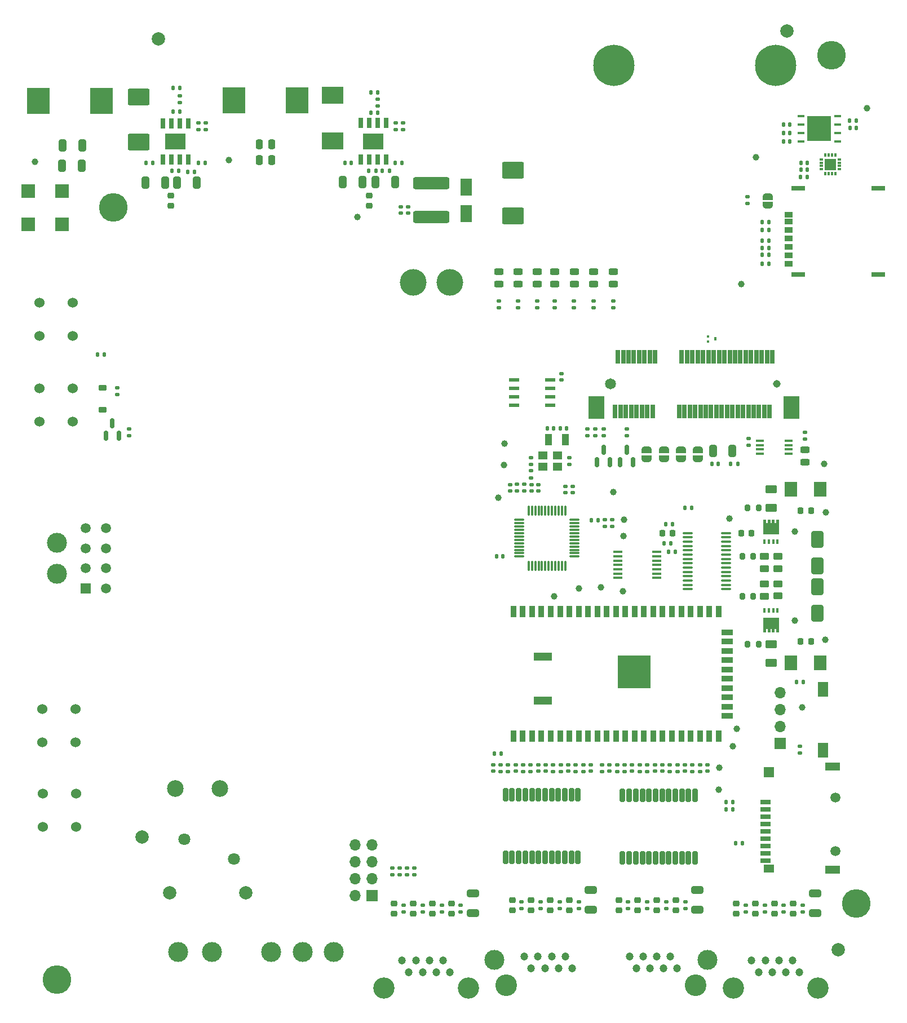
<source format=gts>
G04 #@! TF.GenerationSoftware,KiCad,Pcbnew,7.0.6-0*
G04 #@! TF.CreationDate,2023-08-16T18:08:33-03:00*
G04 #@! TF.ProjectId,macunaima_rev2.2,6d616375-6e61-4696-9d61-5f726576322e,rev?*
G04 #@! TF.SameCoordinates,Original*
G04 #@! TF.FileFunction,Soldermask,Top*
G04 #@! TF.FilePolarity,Negative*
%FSLAX46Y46*%
G04 Gerber Fmt 4.6, Leading zero omitted, Abs format (unit mm)*
G04 Created by KiCad (PCBNEW 7.0.6-0) date 2023-08-16 18:08:33*
%MOMM*%
%LPD*%
G01*
G04 APERTURE LIST*
G04 Aperture macros list*
%AMRoundRect*
0 Rectangle with rounded corners*
0 $1 Rounding radius*
0 $2 $3 $4 $5 $6 $7 $8 $9 X,Y pos of 4 corners*
0 Add a 4 corners polygon primitive as box body*
4,1,4,$2,$3,$4,$5,$6,$7,$8,$9,$2,$3,0*
0 Add four circle primitives for the rounded corners*
1,1,$1+$1,$2,$3*
1,1,$1+$1,$4,$5*
1,1,$1+$1,$6,$7*
1,1,$1+$1,$8,$9*
0 Add four rect primitives between the rounded corners*
20,1,$1+$1,$2,$3,$4,$5,0*
20,1,$1+$1,$4,$5,$6,$7,0*
20,1,$1+$1,$6,$7,$8,$9,0*
20,1,$1+$1,$8,$9,$2,$3,0*%
%AMFreePoly0*
4,1,19,0.500000,-0.750000,0.000000,-0.750000,0.000000,-0.744911,-0.071157,-0.744911,-0.207708,-0.704816,-0.327430,-0.627875,-0.420627,-0.520320,-0.479746,-0.390866,-0.500000,-0.250000,-0.500000,0.250000,-0.479746,0.390866,-0.420627,0.520320,-0.327430,0.627875,-0.207708,0.704816,-0.071157,0.744911,0.000000,0.744911,0.000000,0.750000,0.500000,0.750000,0.500000,-0.750000,0.500000,-0.750000,
$1*%
%AMFreePoly1*
4,1,19,0.000000,0.744911,0.071157,0.744911,0.207708,0.704816,0.327430,0.627875,0.420627,0.520320,0.479746,0.390866,0.500000,0.250000,0.500000,-0.250000,0.479746,-0.390866,0.420627,-0.520320,0.327430,-0.627875,0.207708,-0.704816,0.071157,-0.744911,0.000000,-0.744911,0.000000,-0.750000,-0.500000,-0.750000,-0.500000,0.750000,0.000000,0.750000,0.000000,0.744911,0.000000,0.744911,
$1*%
%AMFreePoly2*
4,1,17,1.395000,0.765000,0.855000,0.765000,0.855000,0.535000,1.395000,0.535000,1.395000,0.115000,0.855000,0.115000,0.855000,-0.115000,1.395000,-0.115000,1.395000,-0.535000,0.855000,-0.535000,0.855000,-0.765000,1.395000,-0.765000,1.395000,-1.185000,-0.855000,-1.185000,-0.855000,1.185000,1.395000,1.185000,1.395000,0.765000,1.395000,0.765000,$1*%
G04 Aperture macros list end*
%ADD10RoundRect,0.225000X0.250000X-0.225000X0.250000X0.225000X-0.250000X0.225000X-0.250000X-0.225000X0*%
%ADD11R,1.000000X1.800000*%
%ADD12RoundRect,0.135000X0.185000X-0.135000X0.185000X0.135000X-0.185000X0.135000X-0.185000X-0.135000X0*%
%ADD13RoundRect,0.140000X-0.140000X-0.170000X0.140000X-0.170000X0.140000X0.170000X-0.140000X0.170000X0*%
%ADD14RoundRect,0.135000X-0.185000X0.135000X-0.185000X-0.135000X0.185000X-0.135000X0.185000X0.135000X0*%
%ADD15RoundRect,0.140000X0.170000X-0.140000X0.170000X0.140000X-0.170000X0.140000X-0.170000X-0.140000X0*%
%ADD16RoundRect,0.140000X0.140000X0.170000X-0.140000X0.170000X-0.140000X-0.170000X0.140000X-0.170000X0*%
%ADD17RoundRect,0.135000X0.135000X0.185000X-0.135000X0.185000X-0.135000X-0.185000X0.135000X-0.185000X0*%
%ADD18R,1.700000X1.700000*%
%ADD19O,1.700000X1.700000*%
%ADD20RoundRect,0.140000X-0.170000X0.140000X-0.170000X-0.140000X0.170000X-0.140000X0.170000X0.140000X0*%
%ADD21FreePoly0,90.000000*%
%ADD22FreePoly1,90.000000*%
%ADD23C,1.000000*%
%ADD24RoundRect,0.135000X-0.135000X-0.185000X0.135000X-0.185000X0.135000X0.185000X-0.135000X0.185000X0*%
%ADD25RoundRect,0.100000X-0.637500X-0.100000X0.637500X-0.100000X0.637500X0.100000X-0.637500X0.100000X0*%
%ADD26RoundRect,0.243750X0.456250X-0.243750X0.456250X0.243750X-0.456250X0.243750X-0.456250X-0.243750X0*%
%ADD27RoundRect,0.250000X-0.325000X-0.650000X0.325000X-0.650000X0.325000X0.650000X-0.325000X0.650000X0*%
%ADD28C,2.000000*%
%ADD29R,0.650000X1.525000*%
%ADD30R,3.100000X2.400000*%
%ADD31R,0.450000X0.400000*%
%ADD32R,0.450000X0.500000*%
%ADD33C,2.500000*%
%ADD34C,4.000000*%
%ADD35RoundRect,0.195000X-0.195000X0.805000X-0.195000X-0.805000X0.195000X-0.805000X0.195000X0.805000X0*%
%ADD36RoundRect,0.147500X-0.147500X-0.172500X0.147500X-0.172500X0.147500X0.172500X-0.147500X0.172500X0*%
%ADD37R,1.800000X2.500000*%
%ADD38R,0.300000X0.570000*%
%ADD39R,0.570000X0.300000*%
%ADD40R,1.750000X1.750000*%
%ADD41C,4.300000*%
%ADD42RoundRect,0.218750X0.256250X-0.218750X0.256250X0.218750X-0.256250X0.218750X-0.256250X-0.218750X0*%
%ADD43R,1.879600X2.260600*%
%ADD44RoundRect,0.225000X-0.375000X0.225000X-0.375000X-0.225000X0.375000X-0.225000X0.375000X0.225000X0*%
%ADD45C,3.200000*%
%ADD46C,1.200000*%
%ADD47R,1.600000X0.600000*%
%ADD48R,1.550000X0.600000*%
%ADD49RoundRect,0.200000X-0.200000X-0.275000X0.200000X-0.275000X0.200000X0.275000X-0.200000X0.275000X0*%
%ADD50RoundRect,0.225000X0.225000X0.250000X-0.225000X0.250000X-0.225000X-0.250000X0.225000X-0.250000X0*%
%ADD51RoundRect,0.250000X-0.450000X0.262500X-0.450000X-0.262500X0.450000X-0.262500X0.450000X0.262500X0*%
%ADD52C,1.651000*%
%ADD53C,1.143000*%
%ADD54R,0.660400X2.108200*%
%ADD55R,2.438400X3.352800*%
%ADD56R,3.500000X4.000000*%
%ADD57R,0.420000X0.700000*%
%ADD58FreePoly2,90.000000*%
%ADD59RoundRect,0.243750X-0.456250X0.243750X-0.456250X-0.243750X0.456250X-0.243750X0.456250X0.243750X0*%
%ADD60RoundRect,0.250000X-0.650000X0.325000X-0.650000X-0.325000X0.650000X-0.325000X0.650000X0.325000X0*%
%ADD61RoundRect,0.147500X0.172500X-0.147500X0.172500X0.147500X-0.172500X0.147500X-0.172500X-0.147500X0*%
%ADD62R,1.600200X0.711200*%
%ADD63C,1.498600*%
%ADD64R,1.498600X1.193800*%
%ADD65R,2.209800X1.193800*%
%ADD66R,1.498600X1.600200*%
%ADD67RoundRect,0.250000X0.625000X-0.375000X0.625000X0.375000X-0.625000X0.375000X-0.625000X-0.375000X0*%
%ADD68RoundRect,0.250000X0.325000X0.650000X-0.325000X0.650000X-0.325000X-0.650000X0.325000X-0.650000X0*%
%ADD69R,3.300000X2.500000*%
%ADD70RoundRect,0.075000X-0.075000X0.662500X-0.075000X-0.662500X0.075000X-0.662500X0.075000X0.662500X0*%
%ADD71RoundRect,0.075000X-0.662500X0.075000X-0.662500X-0.075000X0.662500X-0.075000X0.662500X0.075000X0*%
%ADD72C,1.524000*%
%ADD73R,2.000000X2.000000*%
%ADD74RoundRect,0.250000X0.650000X-1.000000X0.650000X1.000000X-0.650000X1.000000X-0.650000X-1.000000X0*%
%ADD75R,1.150000X0.350000*%
%ADD76RoundRect,0.250000X0.250000X0.475000X-0.250000X0.475000X-0.250000X-0.475000X0.250000X-0.475000X0*%
%ADD77RoundRect,0.250000X1.400000X1.000000X-1.400000X1.000000X-1.400000X-1.000000X1.400000X-1.000000X0*%
%ADD78RoundRect,0.225000X-0.225000X-0.250000X0.225000X-0.250000X0.225000X0.250000X-0.225000X0.250000X0*%
%ADD79C,3.000000*%
%ADD80RoundRect,0.150000X0.150000X-0.587500X0.150000X0.587500X-0.150000X0.587500X-0.150000X-0.587500X0*%
%ADD81RoundRect,0.250000X-1.400000X-1.000000X1.400000X-1.000000X1.400000X1.000000X-1.400000X1.000000X0*%
%ADD82C,3.250000*%
%ADD83R,1.400000X1.200000*%
%ADD84R,1.520000X1.520000*%
%ADD85C,1.520000*%
%ADD86R,1.143000X0.812800*%
%ADD87R,2.108200X0.711200*%
%ADD88C,6.200000*%
%ADD89RoundRect,0.147500X-0.172500X0.147500X-0.172500X-0.147500X0.172500X-0.147500X0.172500X0.147500X0*%
%ADD90R,1.600000X2.180000*%
%ADD91C,1.800000*%
%ADD92R,1.409700X0.355600*%
%ADD93RoundRect,0.250000X2.450000X-0.650000X2.450000X0.650000X-2.450000X0.650000X-2.450000X-0.650000X0*%
%ADD94R,0.900000X1.800000*%
%ADD95R,1.800000X0.900000*%
%ADD96R,5.000000X5.000000*%
%ADD97R,2.700000X1.200000*%
%ADD98R,1.112398X0.457200*%
%ADD99R,3.606800X3.708400*%
%ADD100RoundRect,0.250000X-0.650000X1.000000X-0.650000X-1.000000X0.650000X-1.000000X0.650000X1.000000X0*%
%ADD101FreePoly2,270.000000*%
%ADD102RoundRect,0.250000X-0.625000X0.375000X-0.625000X-0.375000X0.625000X-0.375000X0.625000X0.375000X0*%
G04 APERTURE END LIST*
D10*
X79835716Y-135163813D03*
X79835716Y-133613813D03*
D11*
X79601980Y-64481773D03*
X82101980Y-64481773D03*
D12*
X28123573Y-17936573D03*
X28123573Y-16916573D03*
D13*
X124848702Y-17642593D03*
X125808702Y-17642593D03*
D14*
X75551074Y-133878813D03*
X75551074Y-134898813D03*
D15*
X77011980Y-72165441D03*
X77011980Y-71205441D03*
D16*
X24163573Y-15155573D03*
X23203573Y-15155573D03*
D10*
X113495716Y-135676773D03*
X113495716Y-134126773D03*
D17*
X108718573Y-125116773D03*
X107698573Y-125116773D03*
X101113573Y-74726773D03*
X100093573Y-74726773D03*
D12*
X75037573Y-44675573D03*
X75037573Y-43655573D03*
D13*
X79381980Y-62751773D03*
X80341980Y-62751773D03*
D16*
X49958573Y-22906773D03*
X48998573Y-22906773D03*
D18*
X53118573Y-132941702D03*
D19*
X50578573Y-132941702D03*
X53118573Y-130401702D03*
X50578573Y-130401702D03*
X53118573Y-127861702D03*
X50578573Y-127861702D03*
X53118573Y-125321702D03*
X50578573Y-125321702D03*
D14*
X81263930Y-133878813D03*
X81263930Y-134898813D03*
D20*
X109642821Y-64319872D03*
X109642821Y-65279872D03*
D21*
X94335373Y-67321396D03*
D22*
X94335373Y-66021396D03*
D23*
X108558573Y-41096773D03*
D24*
X25411573Y-24211973D03*
X26431573Y-24211973D03*
D25*
X100505491Y-78494273D03*
X100505491Y-79144273D03*
X100505491Y-79794273D03*
X100505491Y-80444273D03*
X100505491Y-81094273D03*
X100505491Y-81744273D03*
X100505491Y-82394273D03*
X100505491Y-83044273D03*
X100505491Y-83694273D03*
X100505491Y-84344273D03*
X100505491Y-84994273D03*
X100505491Y-85644273D03*
X100505491Y-86294273D03*
X100505491Y-86944273D03*
X106230491Y-86944273D03*
X106230491Y-86294273D03*
X106230491Y-85644273D03*
X106230491Y-84994273D03*
X106230491Y-84344273D03*
X106230491Y-83694273D03*
X106230491Y-83044273D03*
X106230491Y-82394273D03*
X106230491Y-81744273D03*
X106230491Y-81094273D03*
X106230491Y-80444273D03*
X106230491Y-79794273D03*
X106230491Y-79144273D03*
X106230491Y-78494273D03*
D26*
X118101021Y-67870972D03*
X118101021Y-65995972D03*
D16*
X82321980Y-62751773D03*
X81361980Y-62751773D03*
D27*
X6541573Y-23307973D03*
X9491573Y-23307973D03*
D14*
X78407502Y-133878813D03*
X78407502Y-134898813D03*
D23*
X121201173Y-75394273D03*
D28*
X34078573Y-132496773D03*
X22678573Y-132496773D03*
D27*
X48665573Y-25807573D03*
X51615573Y-25807573D03*
D20*
X103445051Y-113330057D03*
X103445051Y-114290057D03*
D29*
X21628573Y-22354973D03*
X22898573Y-22354973D03*
X24168573Y-22354973D03*
X25438573Y-22354973D03*
X25438573Y-16930973D03*
X24168573Y-16930973D03*
X22898573Y-16930973D03*
X21628573Y-16930973D03*
D30*
X23533573Y-19642973D03*
D14*
X63553930Y-134391773D03*
X63553930Y-135411773D03*
D24*
X111671279Y-35647593D03*
X112691279Y-35647593D03*
D12*
X91020435Y-114320057D03*
X91020435Y-113300057D03*
D10*
X92976787Y-135163813D03*
X92976787Y-133613813D03*
D21*
X99466173Y-67321396D03*
D22*
X99466173Y-66021396D03*
D13*
X86032804Y-76531773D03*
X86992804Y-76531773D03*
D15*
X81518573Y-55516773D03*
X81518573Y-54556773D03*
D31*
X103516998Y-48929419D03*
X103516998Y-49729419D03*
D32*
X104666998Y-49329419D03*
D23*
X84173573Y-86776773D03*
D33*
X23495964Y-116861773D03*
X30245964Y-116861773D03*
D34*
X59245964Y-40861773D03*
X64745964Y-40861773D03*
D35*
X101598573Y-117850183D03*
X100608573Y-117850183D03*
X99618573Y-117850183D03*
X98628573Y-117850183D03*
X97638573Y-117850183D03*
X96648573Y-117850183D03*
X95658573Y-117850183D03*
X94668573Y-117850183D03*
X93678573Y-117850183D03*
X92688573Y-117850183D03*
X91698573Y-117850183D03*
X90708573Y-117850183D03*
X90708573Y-127250183D03*
X91698573Y-127250183D03*
X92688573Y-127250183D03*
X93678573Y-127250183D03*
X94668573Y-127250183D03*
X95658573Y-127250183D03*
X96648573Y-127250183D03*
X97638573Y-127250183D03*
X98628573Y-127250183D03*
X99618573Y-127250183D03*
X100608573Y-127250183D03*
X101598573Y-127250183D03*
D36*
X97618573Y-81346773D03*
X98588573Y-81346773D03*
D37*
X67178573Y-30511773D03*
X67178573Y-26511773D03*
D12*
X117313573Y-111576773D03*
X117313573Y-110556773D03*
D38*
X121154464Y-24472593D03*
X121654464Y-24472593D03*
X122154464Y-24472593D03*
X122654464Y-24472593D03*
D39*
X123269464Y-23857593D03*
X123269464Y-23357593D03*
X123269464Y-22857593D03*
X123269464Y-22357593D03*
D38*
X122654464Y-21742593D03*
X122154464Y-21742593D03*
X121654464Y-21742593D03*
X121154464Y-21742593D03*
D39*
X120539464Y-22357593D03*
X120539464Y-22857593D03*
X120539464Y-23357593D03*
X120539464Y-23857593D03*
D40*
X121904464Y-23107593D03*
D41*
X122093573Y-6696773D03*
D12*
X72366265Y-114320057D03*
X72366265Y-113300057D03*
X88083573Y-77506773D03*
X88083573Y-76486773D03*
D10*
X107782860Y-135676773D03*
X107782860Y-134126773D03*
D42*
X52635973Y-29345073D03*
X52635973Y-27770073D03*
D23*
X90933573Y-76496773D03*
D36*
X97223573Y-77161773D03*
X98193573Y-77161773D03*
D41*
X14245573Y-29542573D03*
D36*
X104106473Y-68095796D03*
X105076473Y-68095796D03*
D12*
X80488196Y-44672711D03*
X80488196Y-43652711D03*
D18*
X114370465Y-110091773D03*
D19*
X114370465Y-107551773D03*
X114370465Y-105011773D03*
X114370465Y-102471773D03*
D15*
X73783573Y-72156773D03*
X73783573Y-71196773D03*
D43*
X120428373Y-98011773D03*
X116008773Y-98011773D03*
D42*
X22888573Y-29368073D03*
X22888573Y-27793073D03*
D12*
X24164573Y-13863573D03*
X24164573Y-12843573D03*
D15*
X82101980Y-72450350D03*
X82101980Y-71490350D03*
D44*
X12604573Y-56692573D03*
X12604573Y-59992573D03*
D28*
X123088573Y-141056773D03*
D17*
X107240181Y-118926773D03*
X106220181Y-118926773D03*
D45*
X107318573Y-146836773D03*
X120018573Y-146836773D03*
D46*
X117238573Y-144486773D03*
X116218573Y-142706773D03*
X115198573Y-144486773D03*
X114178573Y-142706773D03*
X113158573Y-144486773D03*
X112138573Y-142706773D03*
X111118573Y-144486773D03*
X110098573Y-142706773D03*
D23*
X50862373Y-30982573D03*
X87493573Y-86656773D03*
X80423573Y-87976773D03*
D14*
X94413511Y-113300057D03*
X94413511Y-114320057D03*
D12*
X81407801Y-114320057D03*
X81407801Y-113300057D03*
D15*
X58463573Y-30441773D03*
X58463573Y-29481773D03*
D14*
X101179663Y-113300057D03*
X101179663Y-114320057D03*
D47*
X74418573Y-55511773D03*
D48*
X74418573Y-56781773D03*
X74418573Y-58051773D03*
X74418573Y-59321773D03*
X79818573Y-59321773D03*
X79818573Y-58051773D03*
X79818573Y-56781773D03*
X79818573Y-55511773D03*
D16*
X112661279Y-38017593D03*
X111701279Y-38017593D03*
D14*
X74863573Y-71166773D03*
X74863573Y-72186773D03*
D12*
X57251906Y-129806773D03*
X57251906Y-128786773D03*
D45*
X54818573Y-146836773D03*
X67518573Y-146836773D03*
D46*
X64738573Y-144486773D03*
X63718573Y-142706773D03*
X62698573Y-144486773D03*
X61678573Y-142706773D03*
X60658573Y-144486773D03*
X59638573Y-142706773D03*
X58618573Y-144486773D03*
X57598573Y-142706773D03*
D10*
X110639288Y-135676773D03*
X110639288Y-134126773D03*
D49*
X109476173Y-74726773D03*
X111126173Y-74726773D03*
D14*
X102317355Y-113300057D03*
X102317355Y-114320057D03*
D16*
X72728573Y-82031773D03*
X71768573Y-82031773D03*
D15*
X100051971Y-114290057D03*
X100051971Y-113330057D03*
D50*
X118993573Y-94734273D03*
X117443573Y-94734273D03*
D14*
X76897033Y-113300057D03*
X76897033Y-114320057D03*
D51*
X112032373Y-81989273D03*
X112032373Y-83814273D03*
D23*
X107263573Y-110486773D03*
D12*
X97786587Y-114320057D03*
X97786587Y-113300057D03*
D52*
X88900020Y-56121174D03*
D53*
X113900022Y-56121174D03*
D54*
X89600021Y-60221173D03*
X90000023Y-52021172D03*
X90400022Y-60221173D03*
X90800021Y-52021172D03*
X91200023Y-60221173D03*
X91600022Y-52021172D03*
X92000021Y-60221173D03*
X92400021Y-52021172D03*
X92800022Y-60221173D03*
X93200021Y-52021172D03*
X93600021Y-60221173D03*
X94000022Y-52021172D03*
X94400022Y-60221173D03*
X94800021Y-52021172D03*
X95200020Y-60221173D03*
X95600022Y-52021172D03*
X99200021Y-60221173D03*
X99600020Y-52021172D03*
X100000022Y-60221173D03*
X100400021Y-52021172D03*
X100800020Y-60221173D03*
X101200022Y-52021172D03*
X101600021Y-60221173D03*
X102000020Y-52021172D03*
X102400020Y-60221173D03*
X102800021Y-52021172D03*
X103200021Y-60221173D03*
X103600020Y-52021172D03*
X104000022Y-60221173D03*
X104400021Y-52021172D03*
X104800020Y-60221173D03*
X105200022Y-52021172D03*
X105600021Y-60221173D03*
X106000020Y-52021172D03*
X106400019Y-60221173D03*
X106800021Y-52021172D03*
X107200020Y-60221173D03*
X107600019Y-52021172D03*
X108000021Y-60221173D03*
X108400020Y-52021172D03*
X108800020Y-60221173D03*
X109200019Y-52021172D03*
X109600021Y-60221173D03*
X110000020Y-52021172D03*
X110400019Y-60221173D03*
X110800021Y-52021172D03*
X111200020Y-60221173D03*
X111600019Y-52021172D03*
X112000021Y-60221173D03*
X112400020Y-52021172D03*
X112800019Y-60221173D03*
X113200018Y-52021172D03*
D55*
X86750025Y-59598873D03*
X116050017Y-59598873D03*
D56*
X12435573Y-13614973D03*
X2935573Y-13614973D03*
D20*
X82738707Y-67191773D03*
X82738707Y-68151773D03*
D24*
X117444578Y-25002593D03*
X118464578Y-25002593D03*
D27*
X19053573Y-25896573D03*
X22003573Y-25896573D03*
D23*
X110768573Y-22006773D03*
D36*
X117469578Y-22857593D03*
X118439578Y-22857593D03*
D57*
X112043573Y-79800393D03*
X112693573Y-79800393D03*
X113343573Y-79800393D03*
X113993573Y-79800393D03*
D58*
X113018573Y-77845393D03*
D16*
X115845780Y-18372593D03*
X114885780Y-18372593D03*
D12*
X77854573Y-44681773D03*
X77854573Y-43661773D03*
D14*
X93275819Y-113300057D03*
X93275819Y-114320057D03*
D17*
X107240181Y-119986773D03*
X106220181Y-119986773D03*
D59*
X80482573Y-39195073D03*
X80482573Y-41070073D03*
D13*
X52931173Y-15344373D03*
X53891173Y-15344373D03*
D12*
X85445373Y-63884554D03*
X85445373Y-62864554D03*
D15*
X78024725Y-114290057D03*
X78024725Y-113330057D03*
D60*
X119628573Y-132606773D03*
X119628573Y-135556773D03*
D10*
X56412860Y-135676773D03*
X56412860Y-134126773D03*
D61*
X83191980Y-72425350D03*
X83191980Y-71455350D03*
D14*
X112067502Y-134391773D03*
X112067502Y-135411773D03*
D62*
X112172619Y-118913296D03*
X112172619Y-120013296D03*
X112172619Y-121113297D03*
X112172619Y-122213297D03*
X112172619Y-123313297D03*
X112172619Y-124413295D03*
X112172619Y-125513295D03*
X112172619Y-126613296D03*
X112172619Y-127713296D03*
D63*
X122672619Y-126240296D03*
X122672619Y-118240296D03*
D64*
X112678619Y-128910296D03*
D65*
X122272619Y-129040296D03*
D66*
X112673619Y-114440296D03*
D65*
X122272619Y-113540296D03*
D10*
X59269288Y-135676773D03*
X59269288Y-134126773D03*
D51*
X112032373Y-86143394D03*
X112032373Y-87968394D03*
D67*
X113018573Y-74725393D03*
X113018573Y-71925393D03*
D59*
X72095866Y-39204135D03*
X72095866Y-41079135D03*
D14*
X26987573Y-16909573D03*
X26987573Y-17929573D03*
D68*
X9543573Y-20273973D03*
X6593573Y-20273973D03*
D23*
X31603573Y-22490173D03*
D27*
X23810573Y-25896573D03*
X26760573Y-25896573D03*
D60*
X101966072Y-132093813D03*
X101966072Y-135043813D03*
D69*
X47127373Y-19632573D03*
X47137373Y-12732573D03*
D24*
X111671279Y-31797593D03*
X112691279Y-31797593D03*
D70*
X82101980Y-75109273D03*
X81601980Y-75109273D03*
X81101980Y-75109273D03*
X80601980Y-75109273D03*
X80101980Y-75109273D03*
X79601980Y-75109273D03*
X79101980Y-75109273D03*
X78601980Y-75109273D03*
X78101980Y-75109273D03*
X77601980Y-75109273D03*
X77101980Y-75109273D03*
X76601980Y-75109273D03*
D71*
X75189480Y-76521773D03*
X75189480Y-77021773D03*
X75189480Y-77521773D03*
X75189480Y-78021773D03*
X75189480Y-78521773D03*
X75189480Y-79021773D03*
X75189480Y-79521773D03*
X75189480Y-80021773D03*
X75189480Y-80521773D03*
X75189480Y-81021773D03*
X75189480Y-81521773D03*
X75189480Y-82021773D03*
D70*
X76601980Y-83434273D03*
X77101980Y-83434273D03*
X77601980Y-83434273D03*
X78101980Y-83434273D03*
X78601980Y-83434273D03*
X79101980Y-83434273D03*
X79601980Y-83434273D03*
X80101980Y-83434273D03*
X80601980Y-83434273D03*
X81101980Y-83434273D03*
X81601980Y-83434273D03*
X82101980Y-83434273D03*
D71*
X83514480Y-82021773D03*
X83514480Y-81521773D03*
X83514480Y-81021773D03*
X83514480Y-80521773D03*
X83514480Y-80021773D03*
X83514480Y-79521773D03*
X83514480Y-79021773D03*
X83514480Y-78521773D03*
X83514480Y-78021773D03*
X83514480Y-77521773D03*
X83514480Y-77021773D03*
X83514480Y-76521773D03*
D72*
X8088573Y-43908573D03*
X3088573Y-43908573D03*
X8088573Y-48908573D03*
X3088573Y-48908573D03*
D12*
X86378196Y-44672711D03*
X86378196Y-43652711D03*
X59438573Y-129806773D03*
X59438573Y-128786773D03*
D13*
X52931173Y-12300373D03*
X53891173Y-12300373D03*
D23*
X2450573Y-22752573D03*
X72993573Y-65096773D03*
D16*
X72428573Y-111651773D03*
X71468573Y-111651773D03*
D10*
X90120359Y-135163813D03*
X90120359Y-133613813D03*
D15*
X76965254Y-68151773D03*
X76965254Y-67191773D03*
X57388573Y-30441773D03*
X57388573Y-29481773D03*
D73*
X6490573Y-27106573D03*
X1440573Y-27106573D03*
X6490573Y-32156573D03*
X1440573Y-32156573D03*
D23*
X90793573Y-87236773D03*
D74*
X119951173Y-90534273D03*
X119951173Y-86534273D03*
D21*
X102031573Y-67321396D03*
D22*
X102031573Y-66021396D03*
D61*
X87660418Y-114295057D03*
X87660418Y-113325057D03*
D14*
X117780358Y-134391773D03*
X117780358Y-135411773D03*
D16*
X112661279Y-34537593D03*
X111701279Y-34537593D03*
X112661279Y-36727593D03*
X111701279Y-36727593D03*
D75*
X111303221Y-64637672D03*
X111303221Y-65287672D03*
X111303221Y-65937672D03*
X111303221Y-66587672D03*
X115653221Y-66587672D03*
X115653221Y-65937672D03*
X115653221Y-65287672D03*
X115653221Y-64637672D03*
D72*
X8624573Y-117614573D03*
X3624573Y-117614573D03*
X8624573Y-122614573D03*
X3624573Y-122614573D03*
D20*
X78081980Y-71205441D03*
X78081980Y-72165441D03*
D59*
X89328199Y-39195073D03*
X89328199Y-41070073D03*
D10*
X95833215Y-135163813D03*
X95833215Y-133613813D03*
D23*
X106743573Y-76346773D03*
D76*
X38003573Y-22481773D03*
X36103573Y-22481773D03*
D14*
X16590573Y-62856573D03*
X16590573Y-63876573D03*
D10*
X74122860Y-135163813D03*
X74122860Y-133613813D03*
D23*
X127438573Y-14666773D03*
D77*
X74223573Y-30815273D03*
X74223573Y-24015273D03*
D23*
X89323573Y-72376773D03*
D78*
X117443573Y-75154273D03*
X118993573Y-75154273D03*
D21*
X112511026Y-29261193D03*
D22*
X112511026Y-27961193D03*
D23*
X116561173Y-91610550D03*
X105273573Y-113776773D03*
D50*
X110083573Y-78491773D03*
X108533573Y-78491773D03*
D14*
X57841074Y-134391773D03*
X57841074Y-135411773D03*
D72*
X8570573Y-104968573D03*
X3570573Y-104968573D03*
X8570573Y-109968573D03*
X3570573Y-109968573D03*
D20*
X88755051Y-113330057D03*
X88755051Y-114290057D03*
D49*
X108696173Y-88004273D03*
X110346173Y-88004273D03*
D79*
X23968573Y-141391773D03*
X29048573Y-141391773D03*
D15*
X82535493Y-114290057D03*
X82535493Y-113330057D03*
D24*
X56518573Y-22881773D03*
X57538573Y-22881773D03*
D56*
X41803573Y-13490173D03*
X32303573Y-13490173D03*
D60*
X68258573Y-132606773D03*
X68258573Y-135556773D03*
D14*
X60697502Y-134391773D03*
X60697502Y-135411773D03*
D12*
X73503957Y-114320057D03*
X73503957Y-113300057D03*
D14*
X91312773Y-62864554D03*
X91312773Y-63884554D03*
D10*
X82692144Y-135163813D03*
X82692144Y-133613813D03*
D80*
X86882973Y-67888296D03*
X88782973Y-67888296D03*
X87832973Y-66013296D03*
D14*
X87832973Y-62864554D03*
X87832973Y-63884554D03*
D59*
X86379657Y-39195073D03*
X86379657Y-41070073D03*
D51*
X114021173Y-86133394D03*
X114021173Y-87958394D03*
D12*
X89882743Y-114320057D03*
X89882743Y-113300057D03*
D21*
X96900773Y-67321396D03*
D22*
X96900773Y-66021396D03*
D81*
X17982573Y-12993973D03*
X17982573Y-19793973D03*
D14*
X97261429Y-133878813D03*
X97261429Y-134898813D03*
X118101021Y-63324672D03*
X118101021Y-64344672D03*
D24*
X22992573Y-24062573D03*
X24012573Y-24062573D03*
D17*
X117883573Y-100876773D03*
X116863573Y-100876773D03*
D82*
X73193573Y-146436773D03*
X101643573Y-146436773D03*
D46*
X98868573Y-143896773D03*
X97848573Y-142116773D03*
X96828573Y-143896773D03*
X95808573Y-142116773D03*
X94788573Y-143896773D03*
X93768573Y-142116773D03*
X92748573Y-143896773D03*
X91728573Y-142116773D03*
X83108573Y-143896773D03*
X82088573Y-142116773D03*
X81068573Y-143896773D03*
X80048573Y-142116773D03*
X79028573Y-143896773D03*
X78008573Y-142116773D03*
X76988573Y-143896773D03*
X75968573Y-142116773D03*
D79*
X103418573Y-142636773D03*
X71418573Y-142636773D03*
D28*
X21008573Y-4256773D03*
D83*
X78751980Y-68521773D03*
X80951980Y-68521773D03*
X80951980Y-66821773D03*
X78751980Y-66821773D03*
D20*
X71238573Y-113330057D03*
X71238573Y-114290057D03*
D14*
X57729173Y-16917173D03*
X57729173Y-17937173D03*
D15*
X95541203Y-114290057D03*
X95541203Y-113330057D03*
D35*
X84013573Y-117780183D03*
X83023573Y-117780183D03*
X82033573Y-117780183D03*
X81043573Y-117780183D03*
X80053573Y-117780183D03*
X79063573Y-117780183D03*
X78073573Y-117780183D03*
X77083573Y-117780183D03*
X76093573Y-117780183D03*
X75103573Y-117780183D03*
X74113573Y-117780183D03*
X73123573Y-117780183D03*
X73123573Y-127180183D03*
X74113573Y-127180183D03*
X75103573Y-127180183D03*
X76093573Y-127180183D03*
X77083573Y-127180183D03*
X78073573Y-127180183D03*
X79063573Y-127180183D03*
X80053573Y-127180183D03*
X81043573Y-127180183D03*
X82033573Y-127180183D03*
X83023573Y-127180183D03*
X84013573Y-127180183D03*
D68*
X107209473Y-66165396D03*
X104259473Y-66165396D03*
D12*
X86613773Y-63884554D03*
X86613773Y-62864554D03*
D17*
X97926173Y-80012136D03*
X96906173Y-80012136D03*
D12*
X80270109Y-114320057D03*
X80270109Y-113300057D03*
D17*
X27994573Y-22877973D03*
X26974573Y-22877973D03*
D12*
X72095866Y-44681773D03*
X72095866Y-43661773D03*
D10*
X76979288Y-135163813D03*
X76979288Y-133613813D03*
D79*
X5771573Y-79955823D03*
X5771573Y-84635823D03*
D84*
X10091573Y-86795823D03*
D85*
X10091573Y-83795823D03*
X10091573Y-80795823D03*
X10091573Y-77795823D03*
X13091573Y-86795823D03*
X13091573Y-83795823D03*
X13091573Y-80795823D03*
X13091573Y-77795823D03*
D79*
X37943573Y-141411773D03*
X42643573Y-141411773D03*
X47343573Y-141411773D03*
D49*
X108696173Y-81964273D03*
X110346173Y-81964273D03*
D86*
X115629578Y-32937593D03*
X115629578Y-35477593D03*
X115629578Y-38017593D03*
X115629578Y-31667593D03*
X115629578Y-34207593D03*
X115629578Y-36747593D03*
X115629578Y-30717593D03*
D87*
X117109639Y-39687593D03*
X117109639Y-26687593D03*
X129109580Y-39687593D03*
X129109580Y-26687593D03*
D20*
X85928573Y-113330057D03*
X85928573Y-114290057D03*
X96658895Y-113330057D03*
X96658895Y-114290057D03*
D12*
X76965254Y-70181773D03*
X76965254Y-69161773D03*
D14*
X83663185Y-113300057D03*
X83663185Y-114320057D03*
D78*
X96641173Y-78514273D03*
X98191173Y-78514273D03*
D49*
X109476173Y-95214273D03*
X111126173Y-95214273D03*
D16*
X112661279Y-32937593D03*
X111701279Y-32937593D03*
D24*
X52608573Y-24056773D03*
X53628573Y-24056773D03*
D28*
X115418573Y-3106773D03*
D88*
X89382373Y-8252773D03*
D16*
X20103573Y-22903973D03*
X19143573Y-22903973D03*
D89*
X75921980Y-71190441D03*
X75921980Y-72160441D03*
D59*
X83431115Y-39195073D03*
X83431115Y-41070073D03*
D16*
X118434578Y-23930093D03*
X117474578Y-23930093D03*
X115845780Y-19642593D03*
X114885780Y-19642593D03*
D10*
X116352144Y-135676773D03*
X116352144Y-134126773D03*
X62125716Y-135676773D03*
X62125716Y-134126773D03*
D13*
X23204573Y-11626573D03*
X24164573Y-11626573D03*
D20*
X74631649Y-113330057D03*
X74631649Y-114290057D03*
X79142417Y-113330057D03*
X79142417Y-114290057D03*
D80*
X90362773Y-67888296D03*
X92262773Y-67888296D03*
X91312773Y-66013296D03*
D23*
X72923573Y-68276773D03*
D24*
X11881573Y-51699573D03*
X12901573Y-51699573D03*
D20*
X92148127Y-113330057D03*
X92148127Y-114290057D03*
D90*
X120818573Y-111111773D03*
X120818573Y-101931773D03*
D14*
X84800877Y-113300057D03*
X84800877Y-114320057D03*
D41*
X125838573Y-134166773D03*
D23*
X121121173Y-94554273D03*
D60*
X85968573Y-132093813D03*
X85968573Y-135043813D03*
D14*
X66410358Y-134391773D03*
X66410358Y-135411773D03*
D23*
X105143573Y-117046773D03*
D14*
X91548573Y-133878813D03*
X91548573Y-134898813D03*
X100117857Y-133878813D03*
X100117857Y-134898813D03*
D91*
X24858573Y-124516773D03*
X32358573Y-127416773D03*
D12*
X53893773Y-14332373D03*
X53893773Y-13312373D03*
D72*
X8143573Y-56728573D03*
X3143573Y-56728573D03*
X8143573Y-61728573D03*
X3143573Y-61728573D03*
D17*
X107985021Y-68095796D03*
X106965021Y-68095796D03*
D23*
X90843573Y-78926773D03*
D41*
X5739573Y-145608573D03*
D12*
X89328199Y-44672711D03*
X89328199Y-43652711D03*
D23*
X120945821Y-68118295D03*
D88*
X113690173Y-8252773D03*
D14*
X94405001Y-133878813D03*
X94405001Y-134898813D03*
D16*
X115845780Y-17102593D03*
X114885780Y-17102593D03*
D59*
X75021573Y-39215073D03*
X75021573Y-41090073D03*
D76*
X38003573Y-20119573D03*
X36103573Y-20119573D03*
D12*
X109444578Y-28977593D03*
X109444578Y-27957593D03*
X14772573Y-57689573D03*
X14772573Y-56669573D03*
D14*
X84120358Y-133878813D03*
X84120358Y-134898813D03*
D92*
X89960823Y-81346815D03*
X89960823Y-81996801D03*
X89960823Y-82646787D03*
X89960823Y-83296773D03*
X89960823Y-83946759D03*
X89960823Y-84596745D03*
X89960823Y-85246731D03*
X95866323Y-85246731D03*
X95866323Y-84596745D03*
X95866323Y-83946759D03*
X95866323Y-83296773D03*
X95866323Y-82646787D03*
X95866323Y-81996801D03*
X95866323Y-81346815D03*
D93*
X61988573Y-31061773D03*
X61988573Y-25961773D03*
D23*
X107873573Y-107886773D03*
D12*
X83418196Y-44672711D03*
X83418196Y-43652711D03*
D17*
X125838702Y-16562593D03*
X124818702Y-16562593D03*
D12*
X56158573Y-129806773D03*
X56158573Y-128786773D03*
D23*
X72033573Y-73186773D03*
D51*
X114021173Y-81989273D03*
X114021173Y-83814273D03*
D10*
X98689643Y-135163813D03*
X98689643Y-133613813D03*
D27*
X53612373Y-25809373D03*
X56562373Y-25809373D03*
D94*
X74318573Y-108981773D03*
X75718573Y-108981773D03*
X77118573Y-108981773D03*
X78518573Y-108981773D03*
X79918573Y-108981773D03*
X81318573Y-108981773D03*
X82718573Y-108981773D03*
X84118573Y-108981773D03*
X85518573Y-108981773D03*
X86918573Y-108981773D03*
X88318573Y-108981773D03*
X89718573Y-108981773D03*
X91118573Y-108981773D03*
X92518573Y-108981773D03*
X93918573Y-108981773D03*
X95318573Y-108981773D03*
X96718573Y-108981773D03*
X98118573Y-108981773D03*
X99518573Y-108981773D03*
X100918573Y-108981773D03*
X102318573Y-108981773D03*
X103718573Y-108981773D03*
X105118573Y-108981773D03*
D95*
X106418573Y-105981773D03*
X106418573Y-104581773D03*
X106418573Y-103181773D03*
X106418573Y-101781773D03*
X106418573Y-100381773D03*
X106418573Y-98981773D03*
X106418573Y-97581773D03*
X106418573Y-96181773D03*
X106418573Y-94781773D03*
X106418573Y-93381773D03*
D94*
X105118573Y-90281773D03*
X103718573Y-90281773D03*
X102318573Y-90281773D03*
X100918573Y-90281773D03*
X99518573Y-90281773D03*
X98118573Y-90281773D03*
X96718573Y-90281773D03*
X95318573Y-90281773D03*
X93918573Y-90281773D03*
X92518573Y-90281773D03*
X91118573Y-90281773D03*
X89718573Y-90281773D03*
X88318573Y-90281773D03*
X86918573Y-90281773D03*
X85518573Y-90281773D03*
X84118573Y-90281773D03*
X82718573Y-90281773D03*
X81318573Y-90281773D03*
X79918573Y-90281773D03*
X78518573Y-90281773D03*
X77118573Y-90281773D03*
X75718573Y-90281773D03*
X74318573Y-90281773D03*
D96*
X92418573Y-99381773D03*
D97*
X78718573Y-103681773D03*
X78718573Y-97081773D03*
D28*
X18548573Y-124136773D03*
D14*
X75759341Y-113300057D03*
X75759341Y-114320057D03*
D12*
X58345239Y-129806773D03*
X58345239Y-128786773D03*
D59*
X77854573Y-39204135D03*
X77854573Y-41079135D03*
D80*
X13134573Y-63892073D03*
X15034573Y-63892073D03*
X14084573Y-62017073D03*
D20*
X89163573Y-76516773D03*
X89163573Y-77476773D03*
D98*
X122986379Y-19642593D03*
X122986379Y-18372593D03*
X122986379Y-17102593D03*
X122986379Y-15832593D03*
X117494777Y-15832593D03*
X117494777Y-17102593D03*
X117494777Y-18372593D03*
X117494777Y-19642593D03*
D99*
X120240578Y-17737593D03*
D100*
X119951173Y-79436773D03*
X119951173Y-83436773D03*
D29*
X51352521Y-22348973D03*
X52622521Y-22348973D03*
X53892521Y-22348973D03*
X55162521Y-22348973D03*
X55162521Y-16924973D03*
X53892521Y-16924973D03*
X52622521Y-16924973D03*
X51352521Y-16924973D03*
D30*
X53257521Y-19636973D03*
D23*
X117718573Y-104696773D03*
D24*
X54640573Y-24056773D03*
X55660573Y-24056773D03*
D23*
X116561173Y-78300393D03*
D57*
X113993573Y-90110550D03*
X113343573Y-90110550D03*
X112693573Y-90110550D03*
X112043573Y-90110550D03*
D101*
X113018573Y-92065550D03*
D102*
X113018573Y-95230550D03*
X113018573Y-98030550D03*
D10*
X64982144Y-135676773D03*
X64982144Y-134126773D03*
D43*
X120428373Y-71935393D03*
X116008773Y-71935393D03*
D14*
X56636973Y-16917173D03*
X56636973Y-17937173D03*
X114923930Y-134391773D03*
X114923930Y-135411773D03*
X109211074Y-134391773D03*
X109211074Y-135411773D03*
D12*
X98924279Y-114320057D03*
X98924279Y-113300057D03*
M02*

</source>
